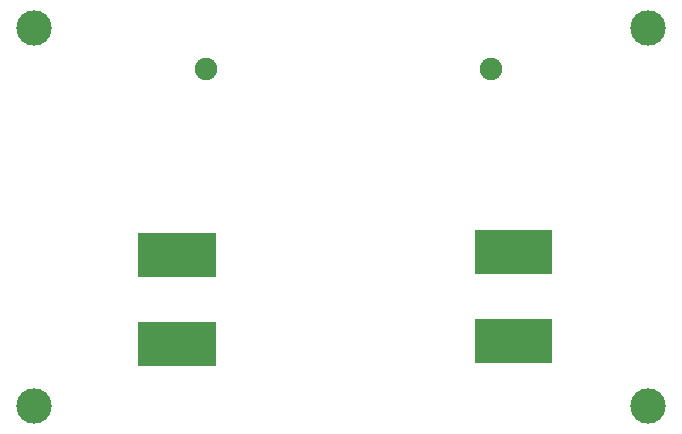
<source format=gbr>
%TF.GenerationSoftware,KiCad,Pcbnew,7.0.7*%
%TF.CreationDate,2024-03-23T19:40:35-05:00*%
%TF.ProjectId,DCDC-FusePCB,44434443-2d46-4757-9365-5043422e6b69,rev?*%
%TF.SameCoordinates,Original*%
%TF.FileFunction,Soldermask,Bot*%
%TF.FilePolarity,Negative*%
%FSLAX46Y46*%
G04 Gerber Fmt 4.6, Leading zero omitted, Abs format (unit mm)*
G04 Created by KiCad (PCBNEW 7.0.7) date 2024-03-23 19:40:35*
%MOMM*%
%LPD*%
G01*
G04 APERTURE LIST*
%ADD10C,3.000000*%
%ADD11R,3.430000X3.780000*%
%ADD12C,1.905000*%
G04 APERTURE END LIST*
D10*
%TO.C,REF\u002A\u002A*%
X165000000Y-70500000D03*
%TD*%
%TO.C,REF\u002A\u002A*%
X113000000Y-102500000D03*
%TD*%
D11*
%TO.C,J2*%
X123500000Y-97235000D03*
X126680000Y-97235000D03*
X123500000Y-89745000D03*
X126680000Y-89745000D03*
%TD*%
D10*
%TO.C,REF\u002A\u002A*%
X113000000Y-70500000D03*
%TD*%
D12*
%TO.C,F1*%
X127570000Y-74000000D03*
X151700000Y-74000000D03*
%TD*%
D11*
%TO.C,J1*%
X152000000Y-96990000D03*
X155180000Y-96990000D03*
X152000000Y-89500000D03*
X155180000Y-89500000D03*
%TD*%
D10*
%TO.C,REF\u002A\u002A*%
X165000000Y-102500000D03*
%TD*%
M02*

</source>
